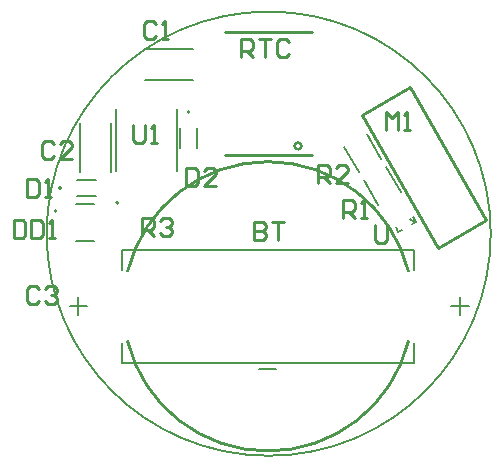
<source format=gbr>
G04*
G04 #@! TF.GenerationSoftware,Altium Limited,Altium Designer,22.4.2 (48)*
G04*
G04 Layer_Color=65535*
%FSLAX45Y45*%
%MOMM*%
G71*
G04*
G04 #@! TF.SameCoordinates,A1ACB9CE-F43E-4389-816B-9D06E944576F*
G04*
G04*
G04 #@! TF.FilePolarity,Positive*
G04*
G01*
G75*
%ADD10C,0.19000*%
%ADD11C,0.25400*%
%ADD12C,0.20000*%
%ADD13C,0.15240*%
%ADD14C,0.12700*%
D10*
X4082700Y2202700D02*
G03*
X4082700Y2202700I-1880000J0D01*
G01*
D11*
X2479498Y2946400D02*
G03*
X2479498Y2946400I-28398J0D01*
G01*
X3385440Y1884945D02*
G03*
X1008760Y1884945I-1188340J-297445D01*
G01*
Y1290055D02*
G03*
X3385440Y1290055I1188340J297445D01*
G01*
X2988984Y3207955D02*
X3638984Y2082122D01*
X3396016Y3442955D02*
X4046016Y2317122D01*
X2988984Y3207955D02*
X3396016Y3442955D01*
X3638984Y2082122D02*
X4046016Y2317122D01*
X1828800Y2870200D02*
X2565400D01*
X1828800Y3911600D02*
X2565400D01*
X3098817Y2273275D02*
Y2146317D01*
X3124208Y2120925D01*
X3174992D01*
X3200384Y2146317D01*
Y2273275D01*
X1130341Y2184425D02*
Y2336775D01*
X1206517D01*
X1231908Y2311383D01*
Y2260600D01*
X1206517Y2235208D01*
X1130341D01*
X1181125D02*
X1231908Y2184425D01*
X1282692Y2311383D02*
X1308084Y2336775D01*
X1358867D01*
X1384259Y2311383D01*
Y2285992D01*
X1358867Y2260600D01*
X1333475D01*
X1358867D01*
X1384259Y2235208D01*
Y2209817D01*
X1358867Y2184425D01*
X1308084D01*
X1282692Y2209817D01*
X2616241Y2628925D02*
Y2781275D01*
X2692417D01*
X2717808Y2755883D01*
Y2705100D01*
X2692417Y2679708D01*
X2616241D01*
X2667025D02*
X2717808Y2628925D01*
X2870159D02*
X2768592D01*
X2870159Y2730492D01*
Y2755883D01*
X2844767Y2781275D01*
X2793984D01*
X2768592Y2755883D01*
X2832133Y2336825D02*
Y2489175D01*
X2908308D01*
X2933700Y2463783D01*
Y2413000D01*
X2908308Y2387608D01*
X2832133D01*
X2882917D02*
X2933700Y2336825D01*
X2984484D02*
X3035267D01*
X3009876D01*
Y2489175D01*
X2984484Y2463783D01*
X42258Y2321175D02*
Y2168825D01*
X118433D01*
X143825Y2194217D01*
Y2295784D01*
X118433Y2321175D01*
X42258D01*
X194608D02*
Y2168825D01*
X270784D01*
X296176Y2194217D01*
Y2295784D01*
X270784Y2321175D01*
X194608D01*
X346959Y2168825D02*
X397743D01*
X372351D01*
Y2321175D01*
X346959Y2295784D01*
X1498641Y2755875D02*
Y2603525D01*
X1574817D01*
X1600208Y2628917D01*
Y2730483D01*
X1574817Y2755875D01*
X1498641D01*
X1752559Y2603525D02*
X1650992D01*
X1752559Y2705092D01*
Y2730483D01*
X1727167Y2755875D01*
X1676384D01*
X1650992Y2730483D01*
X152433Y2666975D02*
Y2514625D01*
X228608D01*
X254000Y2540017D01*
Y2641583D01*
X228608Y2666975D01*
X152433D01*
X304784Y2514625D02*
X355567D01*
X330176D01*
Y2666975D01*
X304784Y2641583D01*
X259608Y1738284D02*
X234216Y1763675D01*
X183433D01*
X158041Y1738284D01*
Y1636717D01*
X183433Y1611325D01*
X234216D01*
X259608Y1636717D01*
X310392Y1738284D02*
X335784Y1763675D01*
X386567D01*
X411959Y1738284D01*
Y1712892D01*
X386567Y1687500D01*
X361175D01*
X386567D01*
X411959Y1662108D01*
Y1636717D01*
X386567Y1611325D01*
X335784D01*
X310392Y1636717D01*
X381008Y2959083D02*
X355617Y2984475D01*
X304833D01*
X279441Y2959083D01*
Y2857517D01*
X304833Y2832125D01*
X355617D01*
X381008Y2857517D01*
X533359Y2832125D02*
X431792D01*
X533359Y2933692D01*
Y2959083D01*
X507967Y2984475D01*
X457184D01*
X431792Y2959083D01*
X1244567Y3975059D02*
X1219175Y4000451D01*
X1168392D01*
X1143000Y3975059D01*
Y3873492D01*
X1168392Y3848100D01*
X1219175D01*
X1244567Y3873492D01*
X1295351Y3848100D02*
X1346134D01*
X1320743D01*
Y4000451D01*
X1295351Y3975059D01*
X3193377Y3077424D02*
Y3229775D01*
X3244160Y3178992D01*
X3294944Y3229775D01*
Y3077424D01*
X3345727D02*
X3396511D01*
X3371119D01*
Y3229775D01*
X3345727Y3204383D01*
X1054133Y3124175D02*
Y2997217D01*
X1079525Y2971825D01*
X1130308D01*
X1155700Y2997217D01*
Y3124175D01*
X1206484Y2971825D02*
X1257267D01*
X1231876D01*
Y3124175D01*
X1206484Y3098783D01*
X1968566Y3695725D02*
Y3848075D01*
X2044741D01*
X2070133Y3822683D01*
Y3771900D01*
X2044741Y3746508D01*
X1968566D01*
X2019349D02*
X2070133Y3695725D01*
X2120917Y3848075D02*
X2222484D01*
X2171700D01*
Y3695725D01*
X2374834Y3822683D02*
X2349443Y3848075D01*
X2298659D01*
X2273267Y3822683D01*
Y3721117D01*
X2298659Y3695725D01*
X2349443D01*
X2374834Y3721117D01*
X2075741Y2304275D02*
Y2151925D01*
X2151916D01*
X2177308Y2177316D01*
Y2202708D01*
X2151916Y2228100D01*
X2075741D01*
X2151916D01*
X2177308Y2253492D01*
Y2278883D01*
X2151916Y2304275D01*
X2075741D01*
X2228092D02*
X2329659D01*
X2278875D01*
Y2151925D01*
D12*
X407700Y2393700D02*
G03*
X407700Y2393700I-10000J0D01*
G01*
X929900Y2463200D02*
G03*
X929900Y2463200I-10000J0D01*
G01*
X1534000Y3234400D02*
G03*
X1534000Y3234400I-10000J0D01*
G01*
X445900Y2590800D02*
G03*
X445900Y2590800I-10000J0D01*
G01*
X606290Y2728390D02*
Y3139010D01*
X866910Y2728390D02*
Y3139010D01*
X3005582Y2654944D02*
X3128493Y2442056D01*
X3196107Y2764944D02*
X3319018Y2552056D01*
X3031007Y3044344D02*
X3153918Y2831456D01*
X2840482Y2934344D02*
X2963393Y2721456D01*
X1153590Y3762510D02*
X1564210D01*
X1153590Y3501890D02*
X1564210D01*
D13*
X3402321Y2324658D02*
G03*
X3440397Y2314098I25006J16239D01*
G01*
X3425390Y2340610D02*
X3440630Y2314214D01*
X3446980Y2303215D01*
X3301800Y2219395D02*
X3332596Y2237175D01*
X3280210Y2256790D02*
X3301800Y2219395D01*
X3416184Y2285435D02*
X3446980Y2303215D01*
D14*
X592100Y1512500D02*
Y1662500D01*
X517100Y1587500D02*
X667100D01*
X2117100Y1057500D02*
X2267100D01*
X3822100Y1512500D02*
Y1662500D01*
X3435600Y1897500D02*
Y2065500D01*
X958600D02*
X3435600D01*
X958600Y1897500D02*
Y2065500D01*
Y1109500D02*
Y1277500D01*
Y1109500D02*
X3435600D01*
Y1277500D01*
X3747100Y1587500D02*
X3897100D01*
X567700Y2142700D02*
X727700D01*
X567700Y2454700D02*
X727700D01*
X906400Y2732700D02*
Y3261700D01*
X1430400Y2732700D02*
Y3261700D01*
X1594000Y2925900D02*
Y3093900D01*
X1454000Y2925900D02*
Y3093900D01*
X576400Y2660800D02*
X744400D01*
X576400Y2520800D02*
X744400D01*
M02*

</source>
